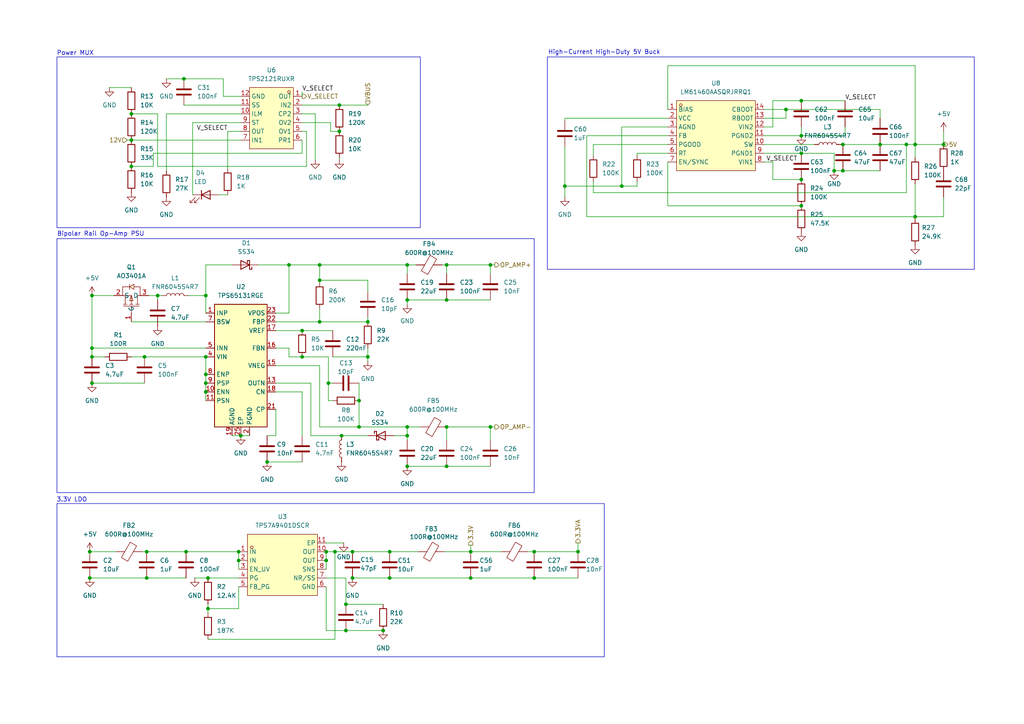
<source format=kicad_sch>
(kicad_sch (version 20250114) (generator "eeschema") (generator_version "9.0")
  (paper "A4")
  (lib_symbols
    (symbol "Device:C" (pin_numbers (hide yes)) (pin_names (offset 0.254))
      (property "Reference" "C" (at 0.635 2.54 0))
      (property "Value" "C" (at 0.635 -2.54 0))
      (symbol "C_1_1"
        (pin passive line (at 0 3.81 270) (length 2.794) (name "~") (number "1"))
        (pin passive line (at 0 -3.81 90) (length 2.794) (name "~") (number "2"))
      )
    )
    (symbol "Device:FerriteBead" (pin_numbers (hide yes)) (pin_names (offset 0))
      (property "Reference" "FB" (at -3.81 0.635 90))
      (property "Value" "FerriteBead" (at 3.81 0 90))
      (symbol "FerriteBead_1_1"
        (pin passive line (at 0 3.81 270) (length 2.54) (name "~") (number "1"))
        (pin passive line (at 0 -3.81 90) (length 2.54) (name "~") (number "2"))
      )
    )
    (symbol "Device:L" (pin_numbers (hide yes)) (pin_names (offset 1.016) (hide yes))
      (property "Reference" "L" (at -1.27 0 90))
      (property "Value" "L" (at 1.905 0 90))
      (symbol "L_1_1"
        (pin passive line (at 0 3.81 270) (length 1.27) (name "1") (number "1"))
        (pin passive line (at 0 -3.81 90) (length 1.27) (name "2") (number "2"))
      )
    )
    (symbol "Device:LED" (pin_numbers (hide yes)) (pin_names (offset 1.016) (hide yes))
      (property "Reference" "D" (at 0 2.54 0))
      (property "Value" "LED" (at 0 -2.54 0))
      (symbol "LED_1_1"
        (pin passive line (at -3.81 0 0) (length 2.54) (name "K") (number "1"))
        (pin passive line (at 3.81 0 180) (length 2.54) (name "A") (number "2"))
      )
    )
    (symbol "Device:R" (pin_numbers (hide yes)) (pin_names (offset 0))
      (property "Reference" "R" (at 2.032 0 90))
      (property "Value" "R" (at 0 0 90))
      (symbol "R_1_1"
        (pin passive line (at 0 3.81 270) (length 1.27) (name "~") (number "1"))
        (pin passive line (at 0 -3.81 90) (length 1.27) (name "~") (number "2"))
      )
    )
    (symbol "Diode:SS34" (pin_numbers (hide yes)) (pin_names (offset 1.016) (hide yes))
      (property "Reference" "D" (at 0 2.54 0))
      (property "Value" "SS34" (at 0 -2.54 0))
      (symbol "SS34_1_1"
        (pin passive line (at -3.81 0 0) (length 2.54) (name "K") (number "1"))
        (pin passive line (at 3.81 0 180) (length 2.54) (name "A") (number "2"))
      )
    )
    (symbol "ROCKETRY_EASYEDA:TPS2121RUXR"
      (property "Reference" "U" (at 0 11.43 0))
      (property "Value" "TPS2121RUXR" (at 0 -11.43 0))
      (symbol "TPS2121RUXR_0_1"
        (pin unspecified line (at -8.89 6.35 0) (length 2.54) (name "OUT") (number "1"))
        (pin unspecified line (at -8.89 3.81 0) (length 2.54) (name "IN2") (number "2"))
        (pin unspecified line (at -8.89 1.27 0) (length 2.54) (name "CP2") (number "3"))
        (pin unspecified line (at -8.89 -1.27 0) (length 2.54) (name "OV2") (number "4"))
        (pin unspecified line (at -8.89 -3.81 0) (length 2.54) (name "OV1") (number "5"))
        (pin unspecified line (at -8.89 -6.35 0) (length 2.54) (name "PR1") (number "6"))
        (pin unspecified line (at 8.89 6.35 180) (length 2.54) (name "GND") (number "12"))
        (pin unspecified line (at 8.89 3.81 180) (length 2.54) (name "SS") (number "11"))
        (pin unspecified line (at 8.89 1.27 180) (length 2.54) (name "ILM") (number "10"))
        (pin unspecified line (at 8.89 -1.27 180) (length 2.54) (name "ST") (number "9"))
        (pin unspecified line (at 8.89 -3.81 180) (length 2.54) (name "OUT") (number "8"))
        (pin unspecified line (at 8.89 -6.35 180) (length 2.54) (name "IN1") (number "7"))
      )
    )
    (symbol "ROCKETRY_EASYEDA:TPS7A9401DSCR"
      (property "Reference" "U" (at 0 11.43 0))
      (property "Value" "TPS7A9401DSCR" (at 0 -11.43 0))
      (symbol "TPS7A9401DSCR_0_1"
        (pin unspecified line (at -12.7 3.81 0) (length 2.54) (name "IN") (number "1"))
        (pin unspecified line (at -12.7 1.27 0) (length 2.54) (name "IN") (number "2"))
        (pin unspecified line (at -12.7 -1.27 0) (length 2.54) (name "EN_UV") (number "3"))
        (pin unspecified line (at -12.7 -3.81 0) (length 2.54) (name "PG") (number "4"))
        (pin unspecified line (at -12.7 -6.35 0) (length 2.54) (name "FB_PG") (number "5"))
        (pin unspecified line (at 12.7 6.35 180) (length 2.54) (name "EP") (number "11"))
        (pin unspecified line (at 12.7 3.81 180) (length 2.54) (name "OUT") (number "10"))
        (pin unspecified line (at 12.7 1.27 180) (length 2.54) (name "OUT") (number "9"))
        (pin unspecified line (at 12.7 -1.27 180) (length 2.54) (name "SNS") (number "8"))
        (pin unspecified line (at 12.7 -3.81 180) (length 2.54) (name "NR/SS") (number "7"))
        (pin unspecified line (at 12.7 -6.35 180) (length 2.54) (name "GND") (number "6"))
      )
    )
    (symbol "Regulator_Switching:TPS65131RGE"
      (property "Reference" "U" (at -6.858 21.082 0))
      (property "Value" "TPS65131RGE" (at -1.016 19.05 0))
      (symbol "TPS65131RGE_1_1"
        (pin input line (at -10.16 15.24 0) (length 2.54) (name "INP") (number "1"))
        (pin input line (at -10.16 15.24 0) (length 2.54) (hide yes) (name "INP") (number "24"))
        (pin output line (at -10.16 12.7 0) (length 2.54) (name "BSW") (number "7"))
        (pin input line (at -10.16 5.08 0) (length 2.54) (name "INN") (number "5"))
        (pin input line (at -10.16 5.08 0) (length 2.54) (hide yes) (name "INN") (number "6"))
        (pin power_in line (at -10.16 2.54 0) (length 2.54) (name "VIN") (number "4"))
        (pin input line (at -10.16 -2.54 0) (length 2.54) (name "ENP") (number "8"))
        (pin input line (at -10.16 -5.08 0) (length 2.54) (name "PSP") (number "9"))
        (pin input line (at -10.16 -7.62 0) (length 2.54) (name "ENN") (number "10"))
        (pin input line (at -10.16 -10.16 0) (length 2.54) (name "PSN") (number "11"))
        (pin no_connect line (at -7.62 10.16 0) (length 2.54) (hide yes) (name "NC") (number "20"))
        (pin no_connect line (at -7.62 7.62 0) (length 2.54) (hide yes) (name "NC") (number "12"))
        (pin power_in line (at -2.54 -20.32 90) (length 2.54) (name "AGND") (number "19"))
        (pin passive line (at 0 -20.32 90) (length 2.54) (name "EP") (number "25"))
        (pin power_in line (at 2.54 -20.32 90) (length 2.54) (name "PGND") (number "2"))
        (pin passive line (at 2.54 -20.32 90) (length 2.54) (hide yes) (name "PGND") (number "3"))
        (pin input line (at 10.16 15.24 180) (length 2.54) (name "VPOS") (number "23"))
        (pin input line (at 10.16 12.7 180) (length 2.54) (name "FBP") (number "22"))
        (pin output line (at 10.16 10.16 180) (length 2.54) (name "VREF") (number "17"))
        (pin input line (at 10.16 5.08 180) (length 2.54) (name "FBN") (number "16"))
        (pin input line (at 10.16 0 180) (length 2.54) (name "VNEG") (number "15"))
        (pin output line (at 10.16 -5.08 180) (length 2.54) (name "OUTN") (number "13"))
        (pin passive line (at 10.16 -5.08 180) (length 2.54) (hide yes) (name "OUTN") (number "14"))
        (pin passive line (at 10.16 -7.62 180) (length 2.54) (name "CN") (number "18"))
        (pin passive line (at 10.16 -12.7 180) (length 2.54) (name "CP") (number "21"))
      )
    )
    (symbol "Rocketry_Easyeda:AO3401A"
      (property "Reference" "Q" (at 0 10.16 0))
      (property "Value" "AO3401A" (at 0 -10.16 0))
      (symbol "AO3401A_0_1"
        (pin unspecified line (at -5.08 0 0) (length 2.54) (name "G") (number "1"))
        (pin unspecified line (at 2.54 5.08 270) (length 2.54) (name "D") (number "3"))
        (pin unspecified line (at 2.54 -5.08 90) (length 2.54) (name "S") (number "2"))
      )
    )
    (symbol "Rocketry_Easyeda:LM61460AASQRJRRQ1"
      (property "Reference" "U" (at 0 12.7 0))
      (property "Value" "LM61460AASQRJRRQ1" (at 0 -12.7 0))
      (symbol "LM61460AASQRJRRQ1_0_1"
        (pin unspecified line (at -13.97 7.62 0) (length 2.54) (name "BIAS") (number "1"))
        (pin unspecified line (at -13.97 5.08 0) (length 2.54) (name "VCC") (number "2"))
        (pin unspecified line (at -13.97 2.54 0) (length 2.54) (name "AGND") (number "3"))
        (pin unspecified line (at -13.97 0 0) (length 2.54) (name "FB") (number "4"))
        (pin unspecified line (at -13.97 -2.54 0) (length 2.54) (name "PGOOD") (number "5"))
        (pin unspecified line (at -13.97 -5.08 0) (length 2.54) (name "RT") (number "6"))
        (pin unspecified line (at -13.97 -7.62 0) (length 2.54) (name "EN/SYNC") (number "7"))
        (pin unspecified line (at 13.97 7.62 180) (length 2.54) (name "CBOOT") (number "14"))
        (pin unspecified line (at 13.97 5.08 180) (length 2.54) (name "RBOOT") (number "13"))
        (pin unspecified line (at 13.97 2.54 180) (length 2.54) (name "VIN2") (number "12"))
        (pin unspecified line (at 13.97 0 180) (length 2.54) (name "PGND2") (number "11"))
        (pin unspecified line (at 13.97 -2.54 180) (length 2.54) (name "SW") (number "10"))
        (pin unspecified line (at 13.97 -5.08 180) (length 2.54) (name "PGND1") (number "9"))
        (pin unspecified line (at 13.97 -7.62 180) (length 2.54) (name "VIN1") (number "8"))
      )
    )
    (symbol "power:+5V" (power) (pin_numbers (hide yes)) (pin_names (offset 0) (hide yes))
      (property "Value" "+5V" (at 0 3.556 0))
      (symbol "+5V_1_1"
        (pin power_in line (at 0 0 90) (length 0) (name "~") (number "1"))
      )
    )
    (symbol "power:GND" (power) (pin_numbers (hide yes)) (pin_names (offset 0) (hide yes))
      (property "Value" "GND" (at 0 -3.81 0))
      (symbol "GND_1_1"
        (pin power_in line (at 0 0 270) (length 0) (name "~") (number "1"))
      )
    )
  )
  (rectangle (start 158.75 16.51) (end 282.575 78.105))
  (rectangle (start 16.51 16.51) (end 121.92 66.04))
  (rectangle (start 16.51 146.05) (end 175.26 190.5))
  (rectangle (start 16.51 69.215) (end 154.94 142.875))
  (text "Power MUX" (at 21.844 15.494 0) (effects (font (size 1.27 1.27))))
  (text "High-Current High-Duty 5V Buck" (at 175.26 15.24 0) (effects (font (size 1.27 1.27))))
  (text "Bipolar Rail Op-Amp PSU" (at 29.21 67.945 0) (effects (font (size 1.27 1.27))))
  (text "3.3V LDO" (at 20.828 145.034 0) (effects (font (size 1.27 1.27))))
  (junction (at 94.615 162.56))
  (junction (at 38.1 48.26))
  (junction (at 59.69 111.125))
  (junction (at 41.91 103.505))
  (junction (at 87.63 95.885))
  (junction (at 26.67 85.725))
  (junction (at 26.67 100.965))
  (junction (at 265.43 41.91))
  (junction (at 42.545 167.64))
  (junction (at 26.035 167.64))
  (junction (at 92.71 81.28))
  (junction (at 232.41 39.37))
  (junction (at 102.235 160.02))
  (junction (at 129.54 76.835))
  (junction (at 98.425 30.48))
  (junction (at 97.155 160.02))
  (junction (at 45.72 85.725))
  (junction (at 118.11 76.835))
  (junction (at 232.41 29.21))
  (junction (at 113.03 167.64))
  (junction (at 95.25 111.125))
  (junction (at 232.41 52.07))
  (junction (at 102.235 167.64))
  (junction (at 113.03 160.02))
  (junction (at 111.125 182.88))
  (junction (at 69.215 160.02))
  (junction (at 262.89 41.91))
  (junction (at 265.43 62.865))
  (junction (at 77.47 133.985))
  (junction (at 83.82 76.835))
  (junction (at 255.27 41.91))
  (junction (at 59.69 85.725))
  (junction (at 232.41 59.69))
  (junction (at 154.94 167.64))
  (junction (at 104.14 116.205))
  (junction (at 69.85 126.365))
  (junction (at 26.67 111.125))
  (junction (at 59.69 113.665))
  (junction (at 241.935 49.53))
  (junction (at 167.64 160.02))
  (junction (at 129.54 135.255))
  (junction (at 118.11 126.365))
  (junction (at 26.67 103.505))
  (junction (at 244.475 41.91))
  (junction (at 106.68 103.505))
  (junction (at 38.1 40.64))
  (junction (at 99.06 126.365))
  (junction (at 180.34 53.975))
  (junction (at 59.69 108.585))
  (junction (at 26.035 160.02))
  (junction (at 118.11 135.255))
  (junction (at 53.34 22.86))
  (junction (at 87.63 103.505))
  (junction (at 163.83 53.975))
  (junction (at 129.54 123.825))
  (junction (at 98.425 38.1))
  (junction (at 92.71 76.835))
  (junction (at 60.325 167.64))
  (junction (at 69.215 162.56))
  (junction (at 38.1 33.02))
  (junction (at 100.33 182.88))
  (junction (at 100.33 175.26))
  (junction (at 59.69 103.505))
  (junction (at 118.11 86.995))
  (junction (at 129.54 86.995))
  (junction (at 42.545 160.02))
  (junction (at 104.14 123.825))
  (junction (at 106.68 93.345))
  (junction (at 142.24 123.825))
  (junction (at 60.325 176.53))
  (junction (at 118.11 123.825))
  (junction (at 142.24 76.835))
  (junction (at 154.94 160.02))
  (junction (at 273.685 41.91))
  (junction (at 136.525 160.02))
  (junction (at 227.965 31.75))
  (junction (at 136.525 167.64))
  (junction (at 244.475 49.53))
  (junction (at 94.615 160.02))
  (junction (at 92.71 93.345))
  (junction (at 232.41 44.45))
  (junction (at 53.975 160.02))
  (wire (pts (xy 95.25 111.125) (xy 95.25 103.505)))
  (wire (pts (xy 118.11 127.635) (xy 118.11 126.365)))
  (wire (pts (xy 77.47 133.985) (xy 87.63 133.985)))
  (wire (pts (xy 92.71 81.915) (xy 92.71 81.28)))
  (wire (pts (xy 83.82 76.835) (xy 83.82 90.805)))
  (wire (pts (xy 262.89 41.91) (xy 265.43 41.91)))
  (wire (pts (xy 172.085 41.91) (xy 193.675 41.91)))
  (wire (pts (xy 26.67 103.505) (xy 30.48 103.505)))
  (wire (pts (xy 60.325 175.26) (xy 60.325 176.53)))
  (wire (pts (xy 163.83 34.29) (xy 193.675 34.29)))
  (wire (pts (xy 66.04 48.895) (xy 66.04 38.1)))
  (wire (pts (xy 244.475 49.53) (xy 255.27 49.53)))
  (wire (pts (xy 129.54 76.835) (xy 142.24 76.835)))
  (wire (pts (xy 66.04 38.1) (xy 69.85 38.1)))
  (wire (pts (xy 53.975 160.02) (xy 69.215 160.02)))
  (wire (pts (xy 26.67 100.965) (xy 26.67 103.505)))
  (wire (pts (xy 69.215 170.18) (xy 69.215 176.53)))
  (wire (pts (xy 48.26 33.02) (xy 69.85 33.02)))
  (wire (pts (xy 69.85 27.94) (xy 64.77 27.94)))
  (wire (pts (xy 54.61 85.725) (xy 59.69 85.725)))
  (wire (pts (xy 60.325 176.53) (xy 60.325 177.8)))
  (wire (pts (xy 143.51 123.825) (xy 142.24 123.825)))
  (wire (pts (xy 92.71 89.535) (xy 92.71 93.345)))
  (wire (pts (xy 118.11 76.835) (xy 120.65 76.835)))
  (wire (pts (xy 83.82 76.835) (xy 92.71 76.835)))
  (wire (pts (xy 245.11 36.83) (xy 245.11 39.37)))
  (wire (pts (xy 80.01 106.045) (xy 92.71 106.045)))
  (wire (pts (xy 106.68 104.775) (xy 106.68 103.505)))
  (wire (pts (xy 167.64 157.48) (xy 167.64 160.02)))
  (wire (pts (xy 142.24 123.825) (xy 142.24 127.635)))
  (wire (pts (xy 92.71 93.345) (xy 106.68 93.345)))
  (wire (pts (xy 232.41 59.69) (xy 193.675 59.69)))
  (wire (pts (xy 163.83 53.975) (xy 180.34 53.975)))
  (wire (pts (xy 59.69 76.835) (xy 59.69 85.725)))
  (wire (pts (xy 128.905 160.02) (xy 136.525 160.02)))
  (wire (pts (xy 243.84 41.91) (xy 244.475 41.91)))
  (wire (pts (xy 224.155 36.83) (xy 224.155 29.21)))
  (wire (pts (xy 244.475 41.91) (xy 255.27 41.91)))
  (wire (pts (xy 59.69 111.125) (xy 59.69 113.665)))
  (wire (pts (xy 67.31 126.365) (xy 69.85 126.365)))
  (wire (pts (xy 118.11 86.995) (xy 129.54 86.995)))
  (wire (pts (xy 94.615 157.48) (xy 99.695 157.48)))
  (wire (pts (xy 88.9 48.26) (xy 45.72 48.26)))
  (wire (pts (xy 95.885 35.56) (xy 95.885 38.1)))
  (wire (pts (xy 184.785 44.45) (xy 184.785 45.085)))
  (wire (pts (xy 92.71 76.835) (xy 92.71 81.28)))
  (wire (pts (xy 41.275 160.02) (xy 42.545 160.02)))
  (wire (pts (xy 121.92 123.825) (xy 118.11 123.825)))
  (wire (pts (xy 172.085 52.705) (xy 172.085 55.88)))
  (wire (pts (xy 184.785 44.45) (xy 193.675 44.45)))
  (wire (pts (xy 163.83 53.975) (xy 163.83 57.15)))
  (wire (pts (xy 224.155 52.07) (xy 232.41 52.07)))
  (wire (pts (xy 129.54 123.825) (xy 129.54 127.635)))
  (wire (pts (xy 91.44 33.02) (xy 87.63 33.02)))
  (wire (pts (xy 53.34 30.48) (xy 69.85 30.48)))
  (wire (pts (xy 118.11 86.995) (xy 118.11 88.265)))
  (wire (pts (xy 224.155 29.21) (xy 232.41 29.21)))
  (wire (pts (xy 92.71 106.045) (xy 92.71 123.825)))
  (wire (pts (xy 128.27 76.835) (xy 129.54 76.835)))
  (wire (pts (xy 100.33 167.64) (xy 94.615 167.64)))
  (wire (pts (xy 83.82 100.965) (xy 80.01 100.965)))
  (wire (pts (xy 96.52 103.505) (xy 106.68 103.505)))
  (wire (pts (xy 265.43 62.865) (xy 273.685 62.865)))
  (wire (pts (xy 87.63 95.885) (xy 96.52 95.885)))
  (wire (pts (xy 102.235 160.02) (xy 113.03 160.02)))
  (wire (pts (xy 180.34 53.975) (xy 184.785 53.975)))
  (wire (pts (xy 193.675 19.05) (xy 265.43 19.05)))
  (wire (pts (xy 94.615 160.02) (xy 94.615 162.56)))
  (wire (pts (xy 106.68 84.455) (xy 106.68 81.28)))
  (wire (pts (xy 118.11 135.255) (xy 129.54 135.255)))
  (wire (pts (xy 69.85 35.56) (xy 55.88 35.56)))
  (wire (pts (xy 129.54 79.375) (xy 129.54 76.835)))
  (wire (pts (xy 90.17 111.125) (xy 90.17 126.365)))
  (wire (pts (xy 96.52 116.205) (xy 95.25 116.205)))
  (wire (pts (xy 94.615 160.02) (xy 97.155 160.02)))
  (wire (pts (xy 265.43 63.5) (xy 265.43 62.865)))
  (wire (pts (xy 114.3 126.365) (xy 118.11 126.365)))
  (wire (pts (xy 92.71 76.835) (xy 118.11 76.835)))
  (wire (pts (xy 232.41 36.83) (xy 232.41 39.37)))
  (wire (pts (xy 142.24 123.825) (xy 129.54 123.825)))
  (wire (pts (xy 74.93 76.835) (xy 83.82 76.835)))
  (wire (pts (xy 241.935 49.53) (xy 241.935 44.45)))
  (wire (pts (xy 262.89 55.88) (xy 262.89 41.91)))
  (wire (pts (xy 232.41 29.21) (xy 245.11 29.21)))
  (wire (pts (xy 59.69 103.505) (xy 59.69 108.585)))
  (wire (pts (xy 100.33 182.88) (xy 111.125 182.88)))
  (wire (pts (xy 95.25 116.205) (xy 95.25 111.125)))
  (wire (pts (xy 87.63 30.48) (xy 98.425 30.48)))
  (wire (pts (xy 154.94 167.64) (xy 167.64 167.64)))
  (wire (pts (xy 118.11 123.825) (xy 118.11 126.365)))
  (wire (pts (xy 45.72 33.02) (xy 38.1 33.02)))
  (wire (pts (xy 224.155 46.99) (xy 224.155 52.07)))
  (wire (pts (xy 95.885 38.1) (xy 98.425 38.1)))
  (wire (pts (xy 59.69 113.665) (xy 59.69 116.205)))
  (wire (pts (xy 99.06 126.365) (xy 106.68 126.365)))
  (wire (pts (xy 91.44 33.02) (xy 91.44 46.355)))
  (wire (pts (xy 255.27 31.75) (xy 227.965 31.75)))
  (wire (pts (xy 104.14 123.825) (xy 118.11 123.825)))
  (wire (pts (xy 42.545 160.02) (xy 53.975 160.02)))
  (wire (pts (xy 26.035 160.02) (xy 33.655 160.02)))
  (wire (pts (xy 227.965 31.75) (xy 221.615 31.75)))
  (wire (pts (xy 66.04 56.515) (xy 63.5 56.515)))
  (wire (pts (xy 64.77 27.94) (xy 64.77 22.86)))
  (wire (pts (xy 221.615 36.83) (xy 224.155 36.83)))
  (wire (pts (xy 172.085 55.88) (xy 262.89 55.88)))
  (wire (pts (xy 31.75 25.4) (xy 38.1 25.4)))
  (wire (pts (xy 59.69 108.585) (xy 59.69 111.125)))
  (wire (pts (xy 26.67 85.725) (xy 33.02 85.725)))
  (wire (pts (xy 94.615 170.18) (xy 94.615 182.88)))
  (wire (pts (xy 265.43 19.05) (xy 265.43 41.91)))
  (wire (pts (xy 170.18 62.865) (xy 265.43 62.865)))
  (wire (pts (xy 87.63 40.64) (xy 87.63 44.45)))
  (wire (pts (xy 60.325 167.64) (xy 69.215 167.64)))
  (wire (pts (xy 56.515 167.64) (xy 60.325 167.64)))
  (wire (pts (xy 221.615 44.45) (xy 232.41 44.45)))
  (wire (pts (xy 88.9 38.1) (xy 88.9 48.26)))
  (wire (pts (xy 97.155 160.02) (xy 97.155 185.42)))
  (wire (pts (xy 100.33 175.26) (xy 111.125 175.26)))
  (wire (pts (xy 42.545 167.64) (xy 53.975 167.64)))
  (wire (pts (xy 80.01 95.885) (xy 87.63 95.885)))
  (wire (pts (xy 255.27 34.29) (xy 255.27 31.75)))
  (wire (pts (xy 184.785 52.705) (xy 184.785 53.975)))
  (wire (pts (xy 92.71 123.825) (xy 104.14 123.825)))
  (wire (pts (xy 38.1 103.505) (xy 41.91 103.505)))
  (wire (pts (xy 45.72 86.995) (xy 45.72 85.725)))
  (wire (pts (xy 26.67 85.725) (xy 26.67 100.965)))
  (wire (pts (xy 97.155 160.02) (xy 102.235 160.02)))
  (wire (pts (xy 87.63 113.665) (xy 80.01 113.665)))
  (wire (pts (xy 172.085 41.91) (xy 172.085 45.085)))
  (wire (pts (xy 45.72 48.26) (xy 45.72 33.02)))
  (wire (pts (xy 227.965 34.29) (xy 227.965 31.75)))
  (wire (pts (xy 255.27 41.91) (xy 262.89 41.91)))
  (wire (pts (xy 55.88 35.56) (xy 55.88 56.515)))
  (wire (pts (xy 97.155 185.42) (xy 60.325 185.42)))
  (wire (pts (xy 77.47 126.365) (xy 80.01 126.365)))
  (wire (pts (xy 94.615 182.88) (xy 100.33 182.88)))
  (wire (pts (xy 118.11 79.375) (xy 118.11 76.835)))
  (wire (pts (xy 69.85 126.365) (xy 72.39 126.365)))
  (wire (pts (xy 59.69 100.965) (xy 26.67 100.965)))
  (wire (pts (xy 100.33 167.64) (xy 100.33 175.26)))
  (wire (pts (xy 69.215 176.53) (xy 60.325 176.53)))
  (wire (pts (xy 94.615 162.56) (xy 94.615 165.1)))
  (wire (pts (xy 136.525 158.115) (xy 136.525 160.02)))
  (wire (pts (xy 129.54 86.995) (xy 142.24 86.995)))
  (wire (pts (xy 221.615 41.91) (xy 236.22 41.91)))
  (wire (pts (xy 241.935 44.45) (xy 232.41 44.45)))
  (wire (pts (xy 193.675 31.75) (xy 193.675 19.05)))
  (wire (pts (xy 142.24 76.835) (xy 142.24 79.375)))
  (wire (pts (xy 80.01 93.345) (xy 92.71 93.345)))
  (wire (pts (xy 265.43 53.34) (xy 265.43 62.865)))
  (wire (pts (xy 38.1 93.345) (xy 59.69 93.345)))
  (wire (pts (xy 221.615 39.37) (xy 232.41 39.37)))
  (wire (pts (xy 180.34 36.83) (xy 193.675 36.83)))
  (wire (pts (xy 104.14 116.205) (xy 104.14 123.825)))
  (wire (pts (xy 142.24 76.835) (xy 143.51 76.835)))
  (wire (pts (xy 106.68 103.505) (xy 106.68 100.965)))
  (wire (pts (xy 90.17 126.365) (xy 99.06 126.365)))
  (wire (pts (xy 221.615 34.29) (xy 227.965 34.29)))
  (wire (pts (xy 106.68 92.075) (xy 106.68 93.345)))
  (wire (pts (xy 245.11 39.37) (xy 232.41 39.37)))
  (wire (pts (xy 87.63 38.1) (xy 88.9 38.1)))
  (wire (pts (xy 48.26 22.86) (xy 53.34 22.86)))
  (wire (pts (xy 48.26 33.02) (xy 48.26 49.53)))
  (wire (pts (xy 221.615 46.99) (xy 224.155 46.99)))
  (wire (pts (xy 154.94 160.02) (xy 167.64 160.02)))
  (wire (pts (xy 273.685 38.1) (xy 273.685 41.91)))
  (wire (pts (xy 83.82 100.965) (xy 83.82 103.505)))
  (wire (pts (xy 193.675 59.69) (xy 193.675 46.99)))
  (wire (pts (xy 163.83 34.29) (xy 163.83 34.925)))
  (wire (pts (xy 170.18 39.37) (xy 193.675 39.37)))
  (wire (pts (xy 36.83 40.64) (xy 38.1 40.64)))
  (wire (pts (xy 26.67 111.125) (xy 41.91 111.125)))
  (wire (pts (xy 106.68 81.28) (xy 92.71 81.28)))
  (wire (pts (xy 136.525 167.64) (xy 154.94 167.64)))
  (wire (pts (xy 45.72 85.725) (xy 43.18 85.725)))
  (wire (pts (xy 273.685 57.15) (xy 273.685 62.865)))
  (wire (pts (xy 87.63 126.365) (xy 87.63 113.665)))
  (wire (pts (xy 180.34 36.83) (xy 180.34 53.975)))
  (wire (pts (xy 87.63 35.56) (xy 95.885 35.56)))
  (wire (pts (xy 265.43 45.72) (xy 265.43 41.91)))
  (wire (pts (xy 95.25 103.505) (xy 87.63 103.505)))
  (wire (pts (xy 38.1 48.26) (xy 44.45 48.26)))
  (wire (pts (xy 45.72 85.725) (xy 46.99 85.725)))
  (wire (pts (xy 59.69 85.725) (xy 59.69 90.805)))
  (wire (pts (xy 153.035 160.02) (xy 154.94 160.02)))
  (wire (pts (xy 98.425 46.355) (xy 98.425 45.72)))
  (wire (pts (xy 163.83 42.545) (xy 163.83 53.975)))
  (wire (pts (xy 67.31 76.835) (xy 59.69 76.835)))
  (wire (pts (xy 102.235 167.64) (xy 113.03 167.64)))
  (wire (pts (xy 170.18 39.37) (xy 170.18 62.865)))
  (wire (pts (xy 44.45 44.45) (xy 87.63 44.45)))
  (wire (pts (xy 83.82 90.805) (xy 80.01 90.805)))
  (wire (pts (xy 104.14 111.125) (xy 104.14 116.205)))
  (wire (pts (xy 87.63 26.67) (xy 87.63 27.94)))
  (wire (pts (xy 41.91 103.505) (xy 59.69 103.505)))
  (wire (pts (xy 44.45 48.26) (xy 44.45 44.45)))
  (wire (pts (xy 38.1 40.64) (xy 69.85 40.64)))
  (wire (pts (xy 69.215 162.56) (xy 69.215 165.1)))
  (wire (pts (xy 136.525 160.02) (xy 145.415 160.02)))
  (wire (pts (xy 80.01 126.365) (xy 80.01 118.745)))
  (wire (pts (xy 64.77 22.86) (xy 53.34 22.86)))
  (wire (pts (xy 241.935 49.53) (xy 244.475 49.53)))
  (wire (pts (xy 69.215 160.02) (xy 69.215 162.56)))
  (wire (pts (xy 26.035 167.64) (xy 42.545 167.64)))
  (wire (pts (xy 129.54 135.255) (xy 142.24 135.255)))
  (wire (pts (xy 98.425 30.48) (xy 106.68 30.48)))
  (wire (pts (xy 95.25 111.125) (xy 96.52 111.125)))
  (wire (pts (xy 265.43 41.91) (xy 273.685 41.91)))
  (wire (pts (xy 113.03 160.02) (xy 121.285 160.02)))
  (wire (pts (xy 80.01 111.125) (xy 90.17 111.125)))
  (wire (pts (xy 83.82 103.505) (xy 87.63 103.505)))
  (wire (pts (xy 113.03 167.64) (xy 136.525 167.64)))
  (label "V_SELECT" (at 245.11 29.21 0))
  (label "V_SELECT" (at 87.63 26.67 0))
  (label "V_SELECT" (at 66.04 38.1 180))
  (label "V_SELECT" (at 222.25 46.99 0))
  (hierarchical_label "VBUS" (shape input) (at 106.68 30.48 90))
  (hierarchical_label "OP_AMP-" (shape output) (at 143.51 123.825 0))
  (hierarchical_label "12V" (shape input) (at 36.83 40.64 180))
  (hierarchical_label "5V" (shape output) (at 273.685 41.91 0))
  (hierarchical_label "OP_AMP+" (shape output) (at 143.51 76.835 0))
  (hierarchical_label "V_SELECT" (shape output) (at 87.63 27.94 0))
  (hierarchical_label "3.3V" (shape output) (at 136.525 158.115 90))
  (hierarchical_label "3.3VA" (shape output) (at 167.64 157.48 90))
  (symbol (lib_id "power:GND") (at 31.75 25.4 0) (unit 1)
    (property "Reference" "#PWR022" (effects (hide yes)))
    (property "Value" "GND" (at 31.75 30.48 0))
    (property "Description" "Power symbol creates a global label with name \"GND\" , ground" (effects (hide yes)))
  )
  (symbol (lib_id "Device:L") (at 99.06 130.175 180) (unit 1)
    (property "Reference" "L3" (at 100.33 128.9049 0) (effects (justify right)))
    (property "Value" "FNR6045S4R7" (at 100.33 131.4449 0) (effects (justify right)))
    (property "Footprint" "Inductor_SMD:L_Changjiang_FNR6045S" (effects (hide yes)))
    (property "Description" "Inductor" (effects (hide yes)))
  )
  (symbol (lib_id "Device:FerriteBead") (at 124.46 76.835 90) (unit 1)
    (property "Reference" "FB4" (at 124.46 70.739 90))
    (property "Value" "600R@100MHz" (at 124.46 73.279 90))
    (property "Footprint" "Inductor_SMD:L_0805_2012Metric" (effects (hide yes)))
    (property "Description" "C1017" (effects (hide yes)))
  )
  (symbol (lib_id "Device:R") (at 48.26 53.34 0) (unit 1)
    (property "Reference" "R17" (at 50.8 52.0699 0) (effects (justify left)))
    (property "Value" "27K" (at 50.8 54.6099 0) (effects (justify left)))
    (property "Footprint" "Resistor_SMD:R_0402_1005Metric" (effects (hide yes)))
    (property "Description" "Resistor" (effects (hide yes)))
  )
  (symbol (lib_id "power:GND") (at 38.1 55.88 0) (unit 1)
    (property "Reference" "#PWR023" (effects (hide yes)))
    (property "Value" "GND" (at 38.1 60.96 0))
    (property "Description" "Power symbol creates a global label with name \"GND\" , ground" (effects (hide yes)))
  )
  (symbol (lib_id "Diode:SS34") (at 71.12 76.835 180) (unit 1)
    (property "Reference" "D1" (at 71.4375 70.485 0))
    (property "Value" "SS34" (at 71.4375 73.025 0))
    (property "Footprint" "Diode_SMD:D_SMA" (effects (hide yes)))
    (property "Datasheet" "https://www.vishay.com/docs/88751/ss32.pdf" (effects (hide yes)))
    (property "Description" "40V 3A Schottky Diode, SMA" (effects (hide yes)))
  )
  (symbol (lib_id "power:GND") (at 102.235 167.64 0) (unit 1)
    (property "Reference" "#PWR013" (effects (hide yes)))
    (property "Value" "GND" (at 102.235 172.72 0))
    (property "Description" "Power symbol creates a global label with name \"GND\" , ground" (effects (hide yes)))
  )
  (symbol (lib_id "Device:C") (at 136.525 163.83 0) (unit 1)
    (property "Reference" "C56" (at 139.065 162.5599 0) (effects (justify left)))
    (property "Value" "1uF" (at 139.065 165.0999 0) (effects (justify left)))
    (property "Footprint" "Capacitor_SMD:C_0603_1608Metric" (effects (hide yes)))
    (property "Description" "Unpolarized capacitor" (effects (hide yes)))
  )
  (symbol (lib_id "Device:L") (at 50.8 85.725 90) (unit 1)
    (property "Reference" "L1" (at 50.8 80.645 90))
    (property "Value" "FNR6045S4R7" (at 50.8 83.185 90))
    (property "Footprint" "Inductor_SMD:L_Changjiang_FNR6045S" (effects (hide yes)))
    (property "Description" "Inductor" (effects (hide yes)))
  )
  (symbol (lib_id "Device:R") (at 38.1 52.07 0) (unit 1)
    (property "Reference" "R16" (at 40.64 50.7999 0) (effects (justify left)))
    (property "Value" "10K" (at 40.64 53.3399 0) (effects (justify left)))
    (property "Footprint" "Resistor_SMD:R_0402_1005Metric" (effects (hide yes)))
    (property "Description" "Resistor" (effects (hide yes)))
  )
  (symbol (lib_id "Device:C") (at 129.54 131.445 0) (unit 1)
    (property "Reference" "C24" (at 133.35 130.1749 0) (effects (justify left)))
    (property "Value" "100nF" (at 133.35 132.7149 0) (effects (justify left)))
    (property "Footprint" "Capacitor_SMD:C_0402_1005Metric" (effects (hide yes)))
    (property "Description" "Unpolarized capacitor" (effects (hide yes)))
  )
  (symbol (lib_id "Device:C") (at 118.11 131.445 0) (unit 1)
    (property "Reference" "C20" (at 121.92 130.1749 0) (effects (justify left)))
    (property "Value" "22uF" (at 121.92 132.7149 0) (effects (justify left)))
    (property "Footprint" "Capacitor_SMD:C_0805_2012Metric" (effects (hide yes)))
    (property "Description" "Unpolarized capacitor" (effects (hide yes)))
  )
  (symbol (lib_id "Device:R") (at 38.1 36.83 0) (unit 1)
    (property "Reference" "R14" (at 40.64 35.5599 0) (effects (justify left)))
    (property "Value" "120K" (at 40.64 38.0999 0) (effects (justify left)))
    (property "Footprint" "Resistor_SMD:R_0402_1005Metric" (effects (hide yes)))
    (property "Description" "Resistor" (effects (hide yes)))
  )
  (symbol (lib_id "Device:C") (at 42.545 163.83 0) (unit 1)
    (property "Reference" "C6" (at 46.355 162.5599 0) (effects (justify left)))
    (property "Value" "1uF" (at 46.355 165.0999 0) (effects (justify left)))
    (property "Footprint" "Capacitor_SMD:C_0603_1608Metric" (effects (hide yes)))
    (property "Description" "Unpolarized capacitor" (effects (hide yes)))
  )
  (symbol (lib_id "power:GND") (at 99.06 133.985 0) (unit 1)
    (property "Reference" "#PWR011" (effects (hide yes)))
    (property "Value" "GND" (at 99.06 139.065 0))
    (property "Description" "Power symbol creates a global label with name \"GND\" , ground" (effects (hide yes)))
  )
  (symbol (lib_id "Device:R") (at 98.425 41.91 0) (unit 1)
    (property "Reference" "R20" (at 100.965 40.6399 0) (effects (justify left)))
    (property "Value" "10K" (at 100.965 43.1799 0) (effects (justify left)))
    (property "Footprint" "Resistor_SMD:R_0402_1005Metric" (effects (hide yes)))
    (property "Description" "Resistor" (effects (hide yes)))
  )
  (symbol (lib_id "power:GND") (at 232.41 67.31 0) (unit 1)
    (property "Reference" "#PWR082" (effects (hide yes)))
    (property "Value" "GND" (at 232.41 72.39 0))
    (property "Description" "Power symbol creates a global label with name \"GND\" , ground" (effects (hide yes)))
  )
  (symbol (lib_id "Device:C") (at 100.33 179.07 0) (unit 1)
    (property "Reference" "C14" (at 102.87 177.8 0) (effects (justify left)))
    (property "Value" "4.7uF" (at 102.87 180.34 0) (effects (justify left)))
    (property "Footprint" "Capacitor_SMD:C_0603_1608Metric" (effects (hide yes)))
    (property "Description" "Unpolarized capacitor" (effects (hide yes)))
  )
  (symbol (lib_id "Device:C") (at 113.03 163.83 0) (unit 1)
    (property "Reference" "C51" (at 115.316 162.56 0) (effects (justify left)))
    (property "Value" "10uF" (at 115.316 165.1 0) (effects (justify left)))
    (property "Footprint" "Capacitor_SMD:C_0603_1608Metric" (effects (hide yes)))
    (property "Description" "Unpolarized capacitor" (effects (hide yes)))
  )
  (symbol (lib_id "Device:C") (at 102.235 163.83 0) (unit 1)
    (property "Reference" "C15" (at 104.521 162.306 0) (effects (justify left)))
    (property "Value" "47pF" (at 104.521 164.846 0) (effects (justify left)))
    (property "Footprint" "Capacitor_SMD:C_0402_1005Metric" (effects (hide yes)))
    (property "Description" "Unpolarized capacitor" (effects (hide yes)))
  )
  (symbol (lib_id "Device:C") (at 118.11 83.185 0) (unit 1)
    (property "Reference" "C19" (at 121.92 81.9149 0) (effects (justify left)))
    (property "Value" "22uF" (at 121.92 84.4549 0) (effects (justify left)))
    (property "Footprint" "Capacitor_SMD:C_0805_2012Metric" (effects (hide yes)))
    (property "Description" "Unpolarized capacitor" (effects (hide yes)))
  )
  (symbol (lib_id "ROCKETRY_EASYEDA:TPS2121RUXR") (at 78.74 34.29 0) (mirror y) (unit 1)
    (property "Reference" "U6" (at 78.74 20.32 0))
    (property "Value" "TPS2121RUXR" (at 78.74 22.86 0))
    (property "Footprint" "Rocketry_Easyeda:VQFN-HR-12_L2.5-W2.0-P0.50-BL" (effects (hide yes)))
    (property "Datasheet" "https://lcsc.com/product-detail/New-Arrivals_Texas-Instruments-Texas-Instruments-TPS2121RUXR_C485916.html" (effects (hide yes)))
    (property "LCSC Part" "C485916" (effects (hide yes)))
  )
  (symbol (lib_id "Regulator_Switching:TPS65131RGE") (at 69.85 106.045 0) (unit 1)
    (property "Reference" "U2" (at 69.85 83.185 0))
    (property "Value" "TPS65131RGE" (at 69.85 85.725 0))
    (property "Footprint" "Package_DFN_QFN:VQFN-24-1EP_4x4mm_P0.5mm_EP2.45x2.45mm_ThermalVias" (effects (hide yes)))
    (property "Datasheet" "http://www.ti.com/lit/ds/symlink/tps65130.pdf" (effects (hide yes)))
    (property "Description" "Split-Rail Converter with Dual, Positive and Negative Outputs (750mA typ, Switch Current Limit 1950mA typ),), 2.7-5.5V, VQFN-24" (effects (hide yes)))
  )
  (symbol (lib_id "Device:R") (at 232.41 63.5 0) (unit 1)
    (property "Reference" "R25" (at 234.95 62.2299 0) (effects (justify left)))
    (property "Value" "47.5K" (at 234.95 64.7699 0) (effects (justify left)))
    (property "Footprint" "Resistor_SMD:R_0402_1005Metric" (effects (hide yes)))
    (property "Description" "Resistor" (effects (hide yes)))
  )
  (symbol (lib_id "Device:C") (at 26.67 107.315 0) (unit 1)
    (property "Reference" "C3" (at 30.48 106.0449 0) (effects (justify left)))
    (property "Value" "4.7uF" (at 30.48 108.5849 0) (effects (justify left)))
    (property "Footprint" "Capacitor_SMD:C_0603_1608Metric" (effects (hide yes)))
    (property "Description" "Unpolarized capacitor" (effects (hide yes)))
  )
  (symbol (lib_id "Device:C") (at 232.41 48.26 0) (unit 1)
    (property "Reference" "C63" (at 234.95 46.99 0) (effects (justify left)))
    (property "Value" "100nF" (at 234.95 49.53 0) (effects (justify left)))
    (property "Footprint" "Capacitor_SMD:C_0402_1005Metric" (effects (hide yes)))
    (property "Description" "Unpolarized capacitor" (effects (hide yes)))
  )
  (symbol (lib_id "Device:C") (at 53.34 26.67 0) (unit 1)
    (property "Reference" "C31" (at 57.15 25.3999 0) (effects (justify left)))
    (property "Value" "100nF" (at 57.15 27.9399 0) (effects (justify left)))
    (property "Footprint" "Capacitor_SMD:C_0402_1005Metric" (effects (hide yes)))
    (property "Description" "Unpolarized capacitor" (effects (hide yes)))
  )
  (symbol (lib_id "Device:C") (at 77.47 130.175 0) (unit 1)
    (property "Reference" "C9" (at 80.264 128.905 0) (effects (justify left)))
    (property "Value" "10nF" (at 80.264 131.445 0) (effects (justify left)))
    (property "Footprint" "Capacitor_SMD:C_0402_1005Metric" (effects (hide yes)))
    (property "Description" "Unpolarized capacitor" (effects (hide yes)))
  )
  (symbol (lib_id "power:GND") (at 163.83 57.15 0) (unit 1)
    (property "Reference" "#PWR080" (effects (hide yes)))
    (property "Value" "GND" (at 163.83 62.23 0))
    (property "Description" "Power symbol creates a global label with name \"GND\" , ground" (effects (hide yes)))
  )
  (symbol (lib_id "power:GND") (at 26.035 167.64 0) (unit 1)
    (property "Reference" "#PWR03" (effects (hide yes)))
    (property "Value" "GND" (at 26.035 172.72 0))
    (property "Description" "Power symbol creates a global label with name \"GND\" , ground" (effects (hide yes)))
  )
  (symbol (lib_id "power:GND") (at 56.515 167.64 0) (unit 1)
    (property "Reference" "#PWR07" (effects (hide yes)))
    (property "Value" "GND" (at 56.515 172.72 0))
    (property "Description" "Power symbol creates a global label with name \"GND\" , ground" (effects (hide yes)))
  )
  (symbol (lib_id "Device:C") (at 100.33 111.125 90) (unit 1)
    (property "Reference" "C13" (at 100.33 105.283 90))
    (property "Value" "10pF" (at 100.33 107.823 90))
    (property "Footprint" "Capacitor_SMD:C_0402_1005Metric" (effects (hide yes)))
    (property "Description" "Unpolarized capacitor" (effects (hide yes)))
  )
  (symbol (lib_id "power:GND") (at 45.72 94.615 0) (unit 1)
    (property "Reference" "#PWR06" (effects (hide yes)))
    (property "Value" "GND" (at 45.72 99.695 0))
    (property "Description" "Power symbol creates a global label with name \"GND\" , ground" (effects (hide yes)))
  )
  (symbol (lib_id "power:GND") (at 48.26 22.86 0) (unit 1)
    (property "Reference" "#PWR024" (effects (hide yes)))
    (property "Value" "GND" (at 48.26 27.94 0))
    (property "Description" "Power symbol creates a global label with name \"GND\" , ground" (effects (hide yes)))
  )
  (symbol (lib_id "Device:L") (at 240.03 41.91 90) (unit 1)
    (property "Reference" "L3" (at 240.03 36.83 90))
    (property "Value" "FNR6045S4R7" (at 240.03 39.37 90))
    (property "Footprint" "Inductor_SMD:L_Changjiang_FNR6045S" (effects (hide yes)))
    (property "Description" "Inductor" (effects (hide yes)))
  )
  (symbol (lib_id "Device:LED") (at 59.69 56.515 0) (unit 1)
    (property "Reference" "D4" (at 58.1025 50.165 0))
    (property "Value" "LED" (at 58.1025 52.705 0))
    (property "Footprint" "LED_SMD:LED_0603_1608Metric" (effects (hide yes)))
    (property "Description" "Light emitting diode" (effects (hide yes)))
    (property "Sim.Pins" "1=K 2=A" (effects (hide yes)))
  )
  (symbol (lib_id "Device:C") (at 232.41 33.02 0) (unit 1)
    (property "Reference" "C62" (at 236.22 31.7499 0) (effects (justify left)))
    (property "Value" "100nF" (at 236.22 34.2899 0) (effects (justify left)))
    (property "Footprint" "Capacitor_SMD:C_0402_1005Metric" (effects (hide yes)))
    (property "Description" "Unpolarized capacitor" (effects (hide yes)))
  )
  (symbol (lib_id "Device:C") (at 26.035 163.83 0) (unit 1)
    (property "Reference" "C2" (at 29.845 162.5599 0) (effects (justify left)))
    (property "Value" "10uF" (at 29.845 165.0999 0) (effects (justify left)))
    (property "Footprint" "Capacitor_SMD:C_0603_1608Metric" (effects (hide yes)))
    (property "Description" "Unpolarized capacitor" (effects (hide yes)))
  )
  (symbol (lib_id "Device:C") (at 154.94 163.83 0) (unit 1)
    (property "Reference" "C27" (at 158.75 162.5599 0) (effects (justify left)))
    (property "Value" "100nF" (at 158.75 165.0999 0) (effects (justify left)))
    (property "Footprint" "Capacitor_SMD:C_0402_1005Metric" (effects (hide yes)))
    (property "Description" "Unpolarized capacitor" (effects (hide yes)))
  )
  (symbol (lib_id "power:GND") (at 26.67 111.125 0) (unit 1)
    (property "Reference" "#PWR05" (effects (hide yes)))
    (property "Value" "GND" (at 26.67 116.205 0))
    (property "Description" "Power symbol creates a global label with name \"GND\" , ground" (effects (hide yes)))
  )
  (symbol (lib_id "Device:R") (at 34.29 103.505 270) (unit 1)
    (property "Reference" "R1" (at 34.29 97.155 90))
    (property "Value" "100R" (at 34.29 99.695 90))
    (property "Footprint" "Resistor_SMD:R_0603_1608Metric" (effects (hide yes)))
    (property "Description" "Resistor" (effects (hide yes)))
  )
  (symbol (lib_id "power:+5V") (at 273.685 38.1 0) (unit 1)
    (property "Reference" "#PWR085" (effects (hide yes)))
    (property "Value" "+5V" (at 273.685 33.02 0))
    (property "Description" "Power symbol creates a global label with name \"+5V\"" (effects (hide yes)))
  )
  (symbol (lib_id "power:GND") (at 48.26 57.15 0) (unit 1)
    (property "Reference" "#PWR025" (effects (hide yes)))
    (property "Value" "GND" (at 48.26 62.23 0))
    (property "Description" "Power symbol creates a global label with name \"GND\" , ground" (effects (hide yes)))
  )
  (symbol (lib_id "Device:R") (at 100.33 116.205 270) (unit 1)
    (property "Reference" "R8" (at 100.33 118.999 90))
    (property "Value" "100K" (at 100.33 121.539 90))
    (property "Footprint" "Resistor_SMD:R_0402_1005Metric" (effects (hide yes)))
    (property "Description" "Resistor" (effects (hide yes)))
  )
  (symbol (lib_id "Device:C") (at 87.63 130.175 0) (unit 1)
    (property "Reference" "C11" (at 91.44 128.9049 0) (effects (justify left)))
    (property "Value" "4.7nF" (at 91.44 131.4449 0) (effects (justify left)))
    (property "Footprint" "Capacitor_SMD:C_0402_1005Metric" (effects (hide yes)))
    (property "Description" "Unpolarized capacitor" (effects (hide yes)))
  )
  (symbol (lib_id "power:+5V") (at 26.67 85.725 0) (unit 1)
    (property "Reference" "#PWR04" (effects (hide yes)))
    (property "Value" "+5V" (at 26.67 80.645 0))
    (property "Description" "Power symbol creates a global label with name \"+5V\"" (effects (hide yes)))
  )
  (symbol (lib_id "Device:C") (at 244.475 45.72 0) (unit 1)
    (property "Reference" "C64" (at 247.65 44.4499 0) (effects (justify left)))
    (property "Value" "47uF" (at 247.65 46.9899 0) (effects (justify left)))
    (property "Footprint" "Capacitor_SMD:C_0805_2012Metric" (effects (hide yes)))
    (property "Description" "Unpolarized capacitor" (effects (hide yes)))
  )
  (symbol (lib_id "Device:C") (at 53.975 163.83 0) (unit 1)
    (property "Reference" "C8" (at 57.785 162.5599 0) (effects (justify left)))
    (property "Value" "100nF" (at 57.785 165.0999 0) (effects (justify left)))
    (property "Footprint" "Capacitor_SMD:C_0402_1005Metric" (effects (hide yes)))
    (property "Description" "Unpolarized capacitor" (effects (hide yes)))
  )
  (symbol (lib_id "power:GND") (at 232.41 39.37 0) (unit 1)
    (property "Reference" "#PWR081" (effects (hide yes)))
    (property "Value" "GND" (at 232.41 43.18 0))
    (property "Description" "Power symbol creates a global label with name \"GND\" , ground" (effects (hide yes)))
  )
  (symbol (lib_id "power:GND") (at 69.85 126.365 0) (unit 1)
    (property "Reference" "#PWR09" (effects (hide yes)))
    (property "Value" "GND" (at 69.85 131.445 0))
    (property "Description" "Power symbol creates a global label with name \"GND\" , ground" (effects (hide yes)))
  )
  (symbol (lib_id "Device:R") (at 60.325 181.61 0) (unit 1)
    (property "Reference" "R3" (at 62.865 180.3399 0) (effects (justify left)))
    (property "Value" "187K" (at 62.865 182.8799 0) (effects (justify left)))
    (property "Footprint" "Resistor_SMD:R_0603_1608Metric" (effects (hide yes)))
    (property "Description" "Resistor" (effects (hide yes)))
  )
  (symbol (lib_id "Device:C") (at 96.52 99.695 0) (unit 1)
    (property "Reference" "C12" (at 100.33 98.4249 0) (effects (justify left)))
    (property "Value" "220nF" (at 100.33 100.9649 0) (effects (justify left)))
    (property "Footprint" "Capacitor_SMD:C_0402_1005Metric" (effects (hide yes)))
    (property "Description" "Unpolarized capacitor" (effects (hide yes)))
  )
  (symbol (lib_id "Device:C") (at 273.685 53.34 0) (unit 1)
    (property "Reference" "C68" (at 276.86 52.0699 0) (effects (justify left)))
    (property "Value" "22pF" (at 276.86 54.6099 0) (effects (justify left)))
    (property "Footprint" "Capacitor_SMD:C_0402_1005Metric" (effects (hide yes)))
    (property "Description" "Unpolarized capacitor" (effects (hide yes)))
  )
  (symbol (lib_id "ROCKETRY_EASYEDA:TPS7A9401DSCR") (at 81.915 163.83 0) (unit 1)
    (property "Reference" "U3" (at 81.915 149.86 0))
    (property "Value" "TPS7A9401DSCR" (at 81.915 152.4 0))
    (property "Footprint" "Rocketry_Easyeda:WSON-10_L3.0-W3.0-P0.50-TL-EP" (effects (hide yes)))
    (property "LCSC Part" "C5220127" (effects (hide yes)))
  )
  (symbol (lib_id "Device:FerriteBead") (at 125.73 123.825 90) (unit 1)
    (property "Reference" "FB5" (at 125.6792 116.205 90))
    (property "Value" "600R@100MHz" (at 125.6792 118.745 90))
    (property "Footprint" "Inductor_SMD:L_0805_2012Metric" (effects (hide yes)))
    (property "Description" "Ferrite bead" (effects (hide yes)))
  )
  (symbol (lib_id "power:GND") (at 106.68 104.775 0) (unit 1)
    (property "Reference" "#PWR014" (effects (hide yes)))
    (property "Value" "GND" (at 106.68 109.855 0))
    (property "Description" "Power symbol creates a global label with name \"GND\" , ground" (effects (hide yes)))
  )
  (symbol (lib_id "Device:FerriteBead") (at 149.225 160.02 90) (unit 1)
    (property "Reference" "FB6" (at 149.1742 152.4 90))
    (property "Value" "600R@100MHz" (at 149.1742 154.94 90))
    (property "Footprint" "Inductor_SMD:L_0805_2012Metric" (effects (hide yes)))
    (property "Description" "C1017" (effects (hide yes)))
  )
  (symbol (lib_id "power:GND") (at 111.125 182.88 0) (unit 1)
    (property "Reference" "#PWR015" (effects (hide yes)))
    (property "Value" "GND" (at 111.125 187.96 0))
    (property "Description" "Power symbol creates a global label with name \"GND\" , ground" (effects (hide yes)))
  )
  (symbol (lib_id "Device:R") (at 273.685 45.72 0) (unit 1)
    (property "Reference" "R28" (at 275.59 44.4499 0) (effects (justify left)))
    (property "Value" "1K" (at 275.59 46.9899 0) (effects (justify left)))
    (property "Footprint" "Resistor_SMD:R_0402_1005Metric" (effects (hide yes)))
    (property "Description" "Resistor" (effects (hide yes)))
  )
  (symbol (lib_id "power:GND") (at 265.43 71.12 0) (unit 1)
    (property "Reference" "#PWR084" (effects (hide yes)))
    (property "Value" "GND" (at 265.43 76.2 0))
    (property "Description" "Power symbol creates a global label with name \"GND\" , ground" (effects (hide yes)))
  )
  (symbol (lib_id "Device:R") (at 38.1 29.21 0) (unit 1)
    (property "Reference" "R13" (at 40.64 27.9399 0) (effects (justify left)))
    (property "Value" "10K" (at 40.64 30.4799 0) (effects (justify left)))
    (property "Footprint" "Resistor_SMD:R_0402_1005Metric" (effects (hide yes)))
    (property "Description" "Resistor" (effects (hide yes)))
  )
  (symbol (lib_id "Device:R") (at 106.68 97.155 0) (unit 1)
    (property "Reference" "R9" (at 109.22 95.8849 0) (effects (justify left)))
    (property "Value" "22K" (at 109.22 98.4249 0) (effects (justify left)))
    (property "Footprint" "Resistor_SMD:R_0402_1005Metric" (effects (hide yes)))
    (property "Description" "Resistor" (effects (hide yes)))
  )
  (symbol (lib_id "Device:R") (at 172.085 48.895 0) (unit 1)
    (property "Reference" "R22" (at 174.625 47.6249 0) (effects (justify left)))
    (property "Value" "100K" (at 174.625 50.1649 0) (effects (justify left)))
    (property "Footprint" "Resistor_SMD:R_0402_1005Metric" (effects (hide yes)))
    (property "Description" "Resistor" (effects (hide yes)))
  )
  (symbol (lib_id "Diode:SS34") (at 110.49 126.365 0) (unit 1)
    (property "Reference" "D2" (at 110.1725 120.015 0))
    (property "Value" "SS34" (at 110.1725 122.555 0))
    (property "Footprint" "Diode_SMD:D_SMA" (effects (hide yes)))
    (property "Datasheet" "https://www.vishay.com/docs/88751/ss32.pdf" (effects (hide yes)))
    (property "Description" "40V 3A Schottky Diode, SMA" (effects (hide yes)))
  )
  (symbol (lib_id "Device:C") (at 41.91 107.315 0) (unit 1)
    (property "Reference" "C5" (at 45.72 106.0449 0) (effects (justify left)))
    (property "Value" "100nF" (at 45.72 108.5849 0) (effects (justify left)))
    (property "Footprint" "Capacitor_SMD:C_0402_1005Metric" (effects (hide yes)))
    (property "Description" "Unpolarized capacitor" (effects (hide yes)))
  )
  (symbol (lib_id "Device:R") (at 60.325 171.45 0) (unit 1)
    (property "Reference" "R2" (at 62.865 170.1799 0) (effects (justify left)))
    (property "Value" "12.4K" (at 62.865 172.7199 0) (effects (justify left)))
    (property "Footprint" "Resistor_SMD:R_0603_1608Metric" (effects (hide yes)))
    (property "Description" "Resistor" (effects (hide yes)))
  )
  (symbol (lib_id "power:GND") (at 118.11 88.265 0) (unit 1)
    (property "Reference" "#PWR016" (effects (hide yes)))
    (property "Value" "GND" (at 118.11 93.091 0))
    (property "Description" "Power symbol creates a global label with name \"GND\" , ground" (effects (hide yes)))
  )
  (symbol (lib_id "Device:C") (at 245.11 33.02 0) (unit 1)
    (property "Reference" "C65" (at 248.92 31.7499 0) (effects (justify left)))
    (property "Value" "10uF" (at 248.92 34.2899 0) (effects (justify left)))
    (property "Footprint" "Capacitor_SMD:C_0603_1608Metric" (effects (hide yes)))
    (property "Description" "Unpolarized capacitor" (effects (hide yes)))
  )
  (symbol (lib_id "Device:R") (at 232.41 55.88 0) (unit 1)
    (property "Reference" "R24" (at 234.95 54.6099 0) (effects (justify left)))
    (property "Value" "100K" (at 234.95 57.1499 0) (effects (justify left)))
    (property "Footprint" "Resistor_SMD:R_0402_1005Metric" (effects (hide yes)))
    (property "Description" "Resistor" (effects (hide yes)))
  )
  (symbol (lib_id "power:GND") (at 98.425 46.355 0) (unit 1)
    (property "Reference" "#PWR028" (effects (hide yes)))
    (property "Value" "GND" (at 98.425 51.435 0))
    (property "Description" "Power symbol creates a global label with name \"GND\" , ground" (effects (hide yes)))
  )
  (symbol (lib_id "Device:R") (at 66.04 52.705 0) (unit 1)
    (property "Reference" "R18" (at 68.58 51.4349 0) (effects (justify left)))
    (property "Value" "1K" (at 68.58 53.9749 0) (effects (justify left)))
    (property "Footprint" "Resistor_SMD:R_0402_1005Metric" (effects (hide yes)))
    (property "Description" "Resistor" (effects (hide yes)))
  )
  (symbol (lib_id "Device:R") (at 265.43 49.53 0) (unit 1)
    (property "Reference" "R26" (at 267.97 48.2599 0) (effects (justify left)))
    (property "Value" "100K" (at 267.97 50.7999 0) (effects (justify left)))
    (property "Footprint" "Resistor_SMD:R_0402_1005Metric" (effects (hide yes)))
    (property "Description" "Resistor" (effects (hide yes)))
  )
  (symbol (lib_id "Device:FerriteBead") (at 37.465 160.02 90) (unit 1)
    (property "Reference" "FB2" (at 37.4142 152.4 90))
    (property "Value" "600R@100MHz" (at 37.4142 154.94 90))
    (property "Footprint" "Inductor_SMD:L_0805_2012Metric" (effects (hide yes)))
    (property "Description" "C1016" (effects (hide yes)))
  )
  (symbol (lib_id "Device:FerriteBead") (at 125.095 160.02 90) (unit 1)
    (property "Reference" "FB3" (at 125.095 153.416 90))
    (property "Value" "100R@100MHz" (at 125.857 155.702 90))
    (property "Footprint" "Inductor_SMD:L_0805_2012Metric" (effects (hide yes)))
    (property "Description" "C1015" (effects (hide yes)))
  )
  (symbol (lib_id "Device:R") (at 87.63 99.695 0) (unit 1)
    (property "Reference" "R5" (at 90.17 98.4249 0) (effects (justify left)))
    (property "Value" "10K" (at 90.17 100.9649 0) (effects (justify left)))
    (property "Footprint" "Resistor_SMD:R_0402_1005Metric" (effects (hide yes)))
    (property "Description" "Resistor" (effects (hide yes)))
  )
  (symbol (lib_id "Device:R") (at 92.71 85.725 0) (unit 1)
    (property "Reference" "R6" (at 95.25 84.4549 0) (effects (justify left)))
    (property "Value" "200K" (at 95.25 86.9949 0) (effects (justify left)))
    (property "Footprint" "Resistor_SMD:R_0402_1005Metric" (effects (hide yes)))
    (property "Description" "Resistor" (effects (hide yes)))
  )
  (symbol (lib_id "Device:C") (at 45.72 90.805 0) (unit 1)
    (property "Reference" "C7" (at 49.53 89.5349 0) (effects (justify left)))
    (property "Value" "4.7uF" (at 49.53 92.0749 0) (effects (justify left)))
    (property "Footprint" "Capacitor_SMD:C_0603_1608Metric" (effects (hide yes)))
    (property "Description" "Unpolarized capacitor" (effects (hide yes)))
  )
  (symbol (lib_id "Device:C") (at 163.83 38.735 0) (unit 1)
    (property "Reference" "C60" (at 166.37 37.465 0) (effects (justify left)))
    (property "Value" "1uF" (at 166.37 40.005 0) (effects (justify left)))
    (property "Footprint" "Capacitor_SMD:C_0603_1608Metric" (effects (hide yes)))
    (property "Description" "Unpolarized capacitor" (effects (hide yes)))
  )
  (symbol (lib_id "Device:R") (at 111.125 179.07 0) (unit 1)
    (property "Reference" "R10" (at 113.03 177.7999 0) (effects (justify left)))
    (property "Value" "22K" (at 113.03 180.3399 0) (effects (justify left)))
    (property "Footprint" "Resistor_SMD:R_0402_1005Metric" (effects (hide yes)))
    (property "Description" "Resistor" (effects (hide yes)))
  )
  (symbol (lib_id "power:+5V") (at 26.035 160.02 0) (unit 1)
    (property "Reference" "#PWR02" (effects (hide yes)))
    (property "Value" "+5V" (at 26.035 154.94 0))
    (property "Description" "Power symbol creates a global label with name \"+5V\"" (effects (hide yes)))
  )
  (symbol (lib_id "power:GND") (at 91.44 46.355 0) (unit 1)
    (property "Reference" "#PWR030" (effects (hide yes)))
    (property "Value" "GND" (at 91.44 51.435 0))
    (property "Description" "Power symbol creates a global label with name \"GND\" , ground" (effects (hide yes)))
  )
  (symbol (lib_id "power:GND") (at 118.11 135.255 0) (unit 1)
    (property "Reference" "#PWR017" (effects (hide yes)))
    (property "Value" "GND" (at 118.11 140.335 0))
    (property "Description" "Power symbol creates a global label with name \"GND\" , ground" (effects (hide yes)))
  )
  (symbol (lib_id "power:GND") (at 241.935 49.53 0) (unit 1)
    (property "Reference" "#PWR083" (effects (hide yes)))
    (property "Value" "GND" (at 241.935 53.34 0))
    (property "Description" "Power symbol creates a global label with name \"GND\" , ground" (effects (hide yes)))
  )
  (symbol (lib_id "Rocketry_Easyeda:LM61460AASQRJRRQ1") (at 207.645 39.37 0) (unit 1)
    (property "Reference" "U8" (at 207.645 24.13 0))
    (property "Value" "LM61460AASQRJRRQ1" (at 207.645 26.67 0))
    (property "Footprint" "Rocketry_Easyeda:VQFN-14-HR_L4.0-W3.5-TL_LM61460AASQRJRRQ1" (effects (hide yes)))
    (property "LCSC Part" "C1855832" (effects (hide yes)))
  )
  (symbol (lib_id "Device:C") (at 142.24 131.445 0) (unit 1)
    (property "Reference" "C26" (at 146.05 130.1749 0) (effects (justify left)))
    (property "Value" "10nF" (at 146.05 132.7149 0) (effects (justify left)))
    (property "Footprint" "Capacitor_SMD:C_0402_1005Metric" (effects (hide yes)))
    (property "Description" "Unpolarized capacitor" (effects (hide yes)))
  )
  (symbol (lib_id "Device:C") (at 106.68 88.265 0) (unit 1)
    (property "Reference" "C16" (at 110.49 86.9949 0) (effects (justify left)))
    (property "Value" "10pF" (at 110.49 89.5349 0) (effects (justify left)))
    (property "Footprint" "Capacitor_SMD:C_0402_1005Metric" (effects (hide yes)))
    (property "Description" "Unpolarized capacitor" (effects (hide yes)))
  )
  (symbol (lib_id "Device:C") (at 255.27 38.1 0) (unit 1)
    (property "Reference" "C66" (at 257.81 36.83 0) (effects (justify left)))
    (property "Value" "100nF" (at 257.81 39.37 0) (effects (justify left)))
    (property "Footprint" "Capacitor_SMD:C_0402_1005Metric" (effects (hide yes)))
    (property "Description" "Unpolarized capacitor" (effects (hide yes)))
  )
  (symbol (lib_id "Device:C") (at 167.64 163.83 0) (unit 1)
    (property "Reference" "C28" (at 169.926 162.56 0) (effects (justify left)))
    (property "Value" "10nF" (at 169.926 165.1 0) (effects (justify left)))
    (property "Footprint" "Capacitor_SMD:C_0402_1005Metric" (effects (hide yes)))
    (property "Description" "Unpolarized capacitor" (effects (hide yes)))
  )
  (symbol (lib_id "Device:R") (at 265.43 67.31 0) (unit 1)
    (property "Reference" "R27" (at 267.335 66.0399 0) (effects (justify left)))
    (property "Value" "24.9K" (at 267.335 68.5799 0) (effects (justify left)))
    (property "Footprint" "Resistor_SMD:R_0603_1608Metric" (effects (hide yes)))
    (property "Description" "Resistor" (effects (hide yes)))
  )
  (symbol (lib_id "Device:R") (at 38.1 44.45 0) (unit 1)
    (property "Reference" "R15" (at 40.64 43.1799 0) (effects (justify left)))
    (property "Value" "33K" (at 40.64 45.7199 0) (effects (justify left)))
    (property "Footprint" "Resistor_SMD:R_0402_1005Metric" (effects (hide yes)))
    (property "Description" "Resistor" (effects (hide yes)))
  )
  (symbol (lib_id "power:GND") (at 77.47 133.985 0) (unit 1)
    (property "Reference" "#PWR010" (effects (hide yes)))
    (property "Value" "GND" (at 77.47 139.065 0))
    (property "Description" "Power symbol creates a global label with name \"GND\" , ground" (effects (hide yes)))
  )
  (symbol (lib_id "Device:C") (at 255.27 45.72 0) (unit 1)
    (property "Reference" "C67" (at 257.81 44.45 0) (effects (justify left)))
    (property "Value" "47uF" (at 257.81 46.99 0) (effects (justify left)))
    (property "Footprint" "Capacitor_SMD:C_0805_2012Metric" (effects (hide yes)))
    (property "Description" "Unpolarized capacitor" (effects (hide yes)))
  )
  (symbol (lib_id "Device:R") (at 98.425 34.29 0) (unit 1)
    (property "Reference" "R19" (at 100.965 33.0199 0) (effects (justify left)))
    (property "Value" "120K" (at 100.965 35.5599 0) (effects (justify left)))
    (property "Footprint" "Resistor_SMD:R_0402_1005Metric" (effects (hide yes)))
    (property "Description" "Resistor" (effects (hide yes)))
  )
  (symbol (lib_id "Device:C") (at 142.24 83.185 0) (unit 1)
    (property "Reference" "C25" (at 146.05 81.9149 0) (effects (justify left)))
    (property "Value" "10nF" (at 146.05 84.4549 0) (effects (justify left)))
    (property "Footprint" "Capacitor_SMD:C_0402_1005Metric" (effects (hide yes)))
    (property "Description" "Unpolarized capacitor" (effects (hide yes)))
  )
  (symbol (lib_id "Device:C") (at 129.54 83.185 0) (unit 1)
    (property "Reference" "C23" (at 133.35 81.9149 0) (effects (justify left)))
    (property "Value" "100nF" (at 133.35 84.4549 0) (effects (justify left)))
    (property "Footprint" "Capacitor_SMD:C_0402_1005Metric" (effects (hide yes)))
    (property "Description" "Unpolarized capacitor" (effects (hide yes)))
  )
  (symbol (lib_id "Rocketry_Easyeda:AO3401A") (at 38.1 88.265 270) (mirror x) (unit 1)
    (property "Reference" "Q1" (at 38.1 77.47 90))
    (property "Value" "AO3401A" (at 38.1 80.01 90))
    (property "Footprint" "Rocketry_Easyeda:SOT-23_L2.9-W1.3-P1.90-LS2.4-BR" (effects (hide yes)))
    (property "Datasheet" "https://lcsc.com/product-detail/MOSFET_AOS_AO3401A_AO3401A_C15127.html" (effects (hide yes)))
    (property "LCSC Part" "C15127" (effects (hide yes)))
  )
  (symbol (lib_id "power:GND") (at 99.695 157.48 0) (unit 1)
    (property "Reference" "#PWR012" (effects (hide yes)))
    (property "Value" "GND" (at 99.695 161.544 0))
    (property "Description" "Power symbol creates a global label with name \"GND\" , ground" (effects (hide yes)))
  )
  (symbol (lib_id "Device:R") (at 184.785 48.895 0) (unit 1)
    (property "Reference" "R23" (at 187.325 47.6249 0) (effects (justify left)))
    (property "Value" "100K" (at 187.325 50.1649 0) (effects (justify left)))
    (property "Footprint" "Resistor_SMD:R_0402_1005Metric" (effects (hide yes)))
    (property "Description" "Resistor" (effects (hide yes)))
  )
)
</source>
